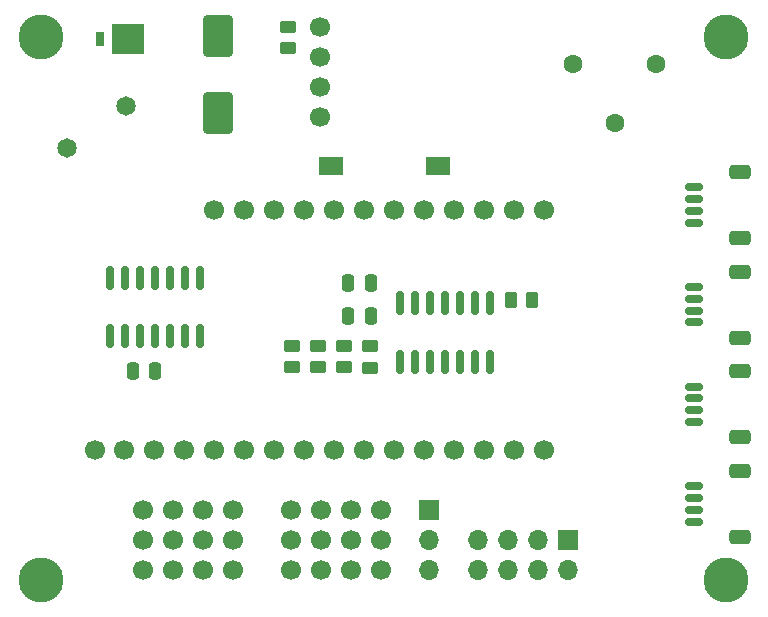
<source format=gbr>
%TF.GenerationSoftware,KiCad,Pcbnew,(6.0.8-1)-1*%
%TF.CreationDate,2023-01-29T13:44:33-06:00*%
%TF.ProjectId,M4_CAN_Feather_Carrier,4d345f43-414e-45f4-9665-61746865725f,rev?*%
%TF.SameCoordinates,Original*%
%TF.FileFunction,Soldermask,Top*%
%TF.FilePolarity,Negative*%
%FSLAX46Y46*%
G04 Gerber Fmt 4.6, Leading zero omitted, Abs format (unit mm)*
G04 Created by KiCad (PCBNEW (6.0.8-1)-1) date 2023-01-29 13:44:33*
%MOMM*%
%LPD*%
G01*
G04 APERTURE LIST*
G04 Aperture macros list*
%AMRoundRect*
0 Rectangle with rounded corners*
0 $1 Rounding radius*
0 $2 $3 $4 $5 $6 $7 $8 $9 X,Y pos of 4 corners*
0 Add a 4 corners polygon primitive as box body*
4,1,4,$2,$3,$4,$5,$6,$7,$8,$9,$2,$3,0*
0 Add four circle primitives for the rounded corners*
1,1,$1+$1,$2,$3*
1,1,$1+$1,$4,$5*
1,1,$1+$1,$6,$7*
1,1,$1+$1,$8,$9*
0 Add four rect primitives between the rounded corners*
20,1,$1+$1,$2,$3,$4,$5,0*
20,1,$1+$1,$4,$5,$6,$7,0*
20,1,$1+$1,$6,$7,$8,$9,0*
20,1,$1+$1,$8,$9,$2,$3,0*%
G04 Aperture macros list end*
%ADD10C,1.700000*%
%ADD11R,2.000000X1.500000*%
%ADD12C,1.650000*%
%ADD13RoundRect,0.250000X0.250000X0.475000X-0.250000X0.475000X-0.250000X-0.475000X0.250000X-0.475000X0*%
%ADD14RoundRect,0.150000X0.625000X-0.150000X0.625000X0.150000X-0.625000X0.150000X-0.625000X-0.150000X0*%
%ADD15RoundRect,0.250000X0.650000X-0.350000X0.650000X0.350000X-0.650000X0.350000X-0.650000X-0.350000X0*%
%ADD16RoundRect,0.250000X-1.000000X1.500000X-1.000000X-1.500000X1.000000X-1.500000X1.000000X1.500000X0*%
%ADD17RoundRect,0.250000X-0.262500X-0.450000X0.262500X-0.450000X0.262500X0.450000X-0.262500X0.450000X0*%
%ADD18C,1.600000*%
%ADD19C,3.800000*%
%ADD20RoundRect,0.150000X0.150000X-0.825000X0.150000X0.825000X-0.150000X0.825000X-0.150000X-0.825000X0*%
%ADD21RoundRect,0.250000X-0.450000X0.262500X-0.450000X-0.262500X0.450000X-0.262500X0.450000X0.262500X0*%
%ADD22R,1.700000X1.700000*%
%ADD23O,1.700000X1.700000*%
%ADD24RoundRect,0.250000X0.450000X-0.262500X0.450000X0.262500X-0.450000X0.262500X-0.450000X-0.262500X0*%
%ADD25R,2.670000X2.540000*%
%ADD26R,0.760000X1.270000*%
G04 APERTURE END LIST*
D10*
%TO.C,U2*%
X128080000Y-110230000D03*
X130590000Y-110230000D03*
X133130000Y-110230000D03*
X135670000Y-110230000D03*
X138210000Y-110230000D03*
X140750000Y-110230000D03*
X143290000Y-110230000D03*
X145830000Y-110230000D03*
X148370000Y-110230000D03*
X150910000Y-110230000D03*
X153450000Y-110230000D03*
X155990000Y-110230000D03*
X158530000Y-110230000D03*
X161070000Y-110230000D03*
X163610000Y-110230000D03*
X166150000Y-110230000D03*
X166150000Y-89910000D03*
X163610000Y-89910000D03*
X161070000Y-89910000D03*
X158530000Y-89910000D03*
X155990000Y-89910000D03*
X153450000Y-89910000D03*
X150910000Y-89910000D03*
X148370000Y-89910000D03*
X145830000Y-89910000D03*
X143290000Y-89910000D03*
X140750000Y-89910000D03*
X138210000Y-89910000D03*
%TD*%
D11*
%TO.C,SW1*%
X148100000Y-86200000D03*
X157100000Y-86200000D03*
%TD*%
D12*
%TO.C,J1*%
X130700000Y-81113000D03*
X125700000Y-84613000D03*
%TD*%
D13*
%TO.C,C2*%
X151450000Y-98900000D03*
X149550000Y-98900000D03*
%TD*%
D10*
%TO.C,J7*%
X132170000Y-115285000D03*
X132170000Y-117825000D03*
X132170000Y-120365000D03*
X134710000Y-115285000D03*
X134710000Y-117825000D03*
X134710000Y-120365000D03*
X137250000Y-115285000D03*
X137250000Y-117825000D03*
X137250000Y-120365000D03*
X139790000Y-115285000D03*
X139790000Y-117825000D03*
X139790000Y-120365000D03*
%TD*%
D14*
%TO.C,X4*%
X178800000Y-90966667D03*
X178800000Y-89966667D03*
X178800000Y-88966667D03*
X178800000Y-87966667D03*
D15*
X182675000Y-86666667D03*
X182675000Y-92266667D03*
%TD*%
D13*
%TO.C,C3*%
X151450000Y-96100000D03*
X149550000Y-96100000D03*
%TD*%
D16*
%TO.C,C1*%
X138500000Y-75192500D03*
X138500000Y-81692500D03*
%TD*%
D14*
%TO.C,X2*%
X178800000Y-107833333D03*
X178800000Y-106833333D03*
X178800000Y-105833333D03*
X178800000Y-104833333D03*
D15*
X182675000Y-103533333D03*
X182675000Y-109133333D03*
%TD*%
D17*
%TO.C,R6*%
X163275000Y-97500000D03*
X165100000Y-97500000D03*
%TD*%
D18*
%TO.C,J2*%
X175596000Y-77500000D03*
X172096000Y-82500000D03*
X168596000Y-77500000D03*
%TD*%
D13*
%TO.C,C4*%
X133200000Y-103500000D03*
X131300000Y-103500000D03*
%TD*%
D19*
%TO.C,H3*%
X181500000Y-75200000D03*
%TD*%
D20*
%TO.C,U3*%
X153885000Y-102740000D03*
X155155000Y-102740000D03*
X156425000Y-102740000D03*
X157695000Y-102740000D03*
X158965000Y-102740000D03*
X160235000Y-102740000D03*
X161505000Y-102740000D03*
X161505000Y-97790000D03*
X160235000Y-97790000D03*
X158965000Y-97790000D03*
X157695000Y-97790000D03*
X156425000Y-97790000D03*
X155155000Y-97790000D03*
X153885000Y-97790000D03*
%TD*%
D10*
%TO.C,U1*%
X147110000Y-74402000D03*
X147110000Y-76942000D03*
X147110000Y-79482000D03*
X147110000Y-82022000D03*
%TD*%
D19*
%TO.C,H1*%
X123500000Y-121200000D03*
%TD*%
D21*
%TO.C,R2*%
X149200000Y-101387500D03*
X149200000Y-103212500D03*
%TD*%
D22*
%TO.C,J4*%
X168100000Y-117835000D03*
D23*
X168100000Y-120375000D03*
X165560000Y-117835000D03*
X165560000Y-120375000D03*
X163020000Y-117835000D03*
X163020000Y-120375000D03*
X160480000Y-117835000D03*
X160480000Y-120375000D03*
%TD*%
D21*
%TO.C,R1*%
X151400000Y-101400000D03*
X151400000Y-103225000D03*
%TD*%
D19*
%TO.C,H2*%
X181500000Y-121200000D03*
%TD*%
D24*
%TO.C,R5*%
X144400000Y-76200000D03*
X144400000Y-74375000D03*
%TD*%
D20*
%TO.C,U4*%
X129390000Y-100575000D03*
X130660000Y-100575000D03*
X131930000Y-100575000D03*
X133200000Y-100575000D03*
X134470000Y-100575000D03*
X135740000Y-100575000D03*
X137010000Y-100575000D03*
X137010000Y-95625000D03*
X135740000Y-95625000D03*
X134470000Y-95625000D03*
X133200000Y-95625000D03*
X131930000Y-95625000D03*
X130660000Y-95625000D03*
X129390000Y-95625000D03*
%TD*%
D22*
%TO.C,J5*%
X156400000Y-115285000D03*
D23*
X156400000Y-117825000D03*
X156400000Y-120365000D03*
%TD*%
D21*
%TO.C,R3*%
X147000000Y-101387500D03*
X147000000Y-103212500D03*
%TD*%
D14*
%TO.C,X1*%
X178800000Y-116266667D03*
X178800000Y-115266667D03*
X178800000Y-114266667D03*
X178800000Y-113266667D03*
D15*
X182675000Y-111966667D03*
X182675000Y-117566667D03*
%TD*%
D21*
%TO.C,R4*%
X144800000Y-101387500D03*
X144800000Y-103212500D03*
%TD*%
D25*
%TO.C,D1*%
X130855000Y-75400000D03*
D26*
X128500000Y-75400000D03*
%TD*%
D10*
%TO.C,J3*%
X144720000Y-115290000D03*
X144720000Y-117830000D03*
X144720000Y-120370000D03*
X147260000Y-115290000D03*
X147260000Y-117830000D03*
X147260000Y-120370000D03*
X149800000Y-115290000D03*
X149800000Y-117830000D03*
X149800000Y-120370000D03*
X152340000Y-115290000D03*
X152340000Y-117830000D03*
X152340000Y-120370000D03*
%TD*%
D14*
%TO.C,X3*%
X178800000Y-99400000D03*
X178800000Y-98400000D03*
X178800000Y-97400000D03*
X178800000Y-96400000D03*
D15*
X182675000Y-95100000D03*
X182675000Y-100700000D03*
%TD*%
D19*
%TO.C,H4*%
X123500000Y-75200000D03*
%TD*%
M02*

</source>
